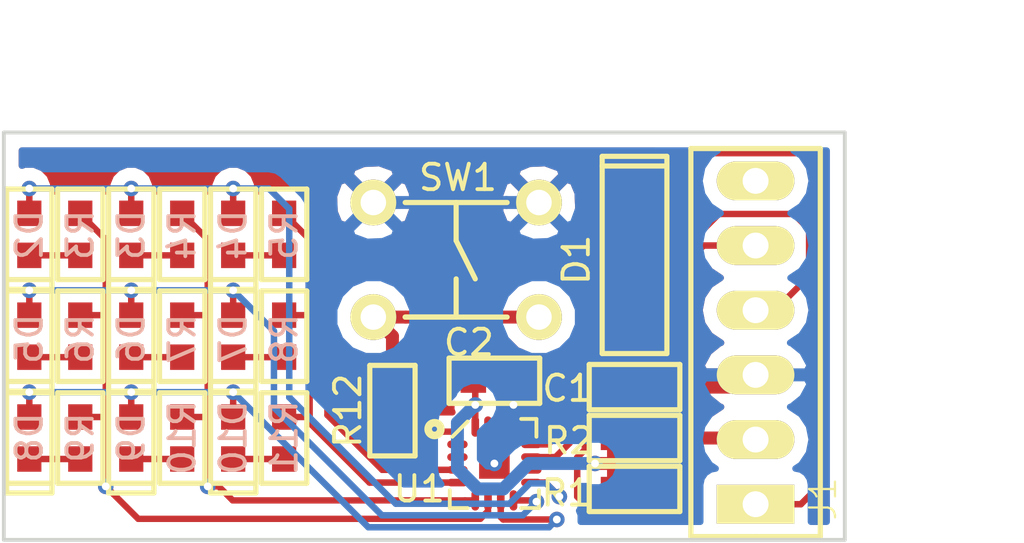
<source format=kicad_pcb>
(kicad_pcb (version 4) (host pcbnew 4.0.7)

  (general
    (links 46)
    (no_connects 0)
    (area 138.993 75.8 183.885715 96.671601)
    (thickness 1.6)
    (drawings 6)
    (tracks 194)
    (zones 0)
    (modules 27)
    (nets 30)
  )

  (page A4)
  (layers
    (0 F.Cu signal)
    (31 B.Cu signal)
    (32 B.Adhes user)
    (33 F.Adhes user)
    (34 B.Paste user hide)
    (35 F.Paste user hide)
    (36 B.SilkS user)
    (37 F.SilkS user)
    (38 B.Mask user)
    (39 F.Mask user)
    (40 Dwgs.User user hide)
    (41 Cmts.User user)
    (42 Eco1.User user)
    (43 Eco2.User user hide)
    (44 Edge.Cuts user)
    (45 Margin user)
    (46 B.CrtYd user)
    (47 F.CrtYd user hide)
    (48 B.Fab user)
    (49 F.Fab user hide)
  )

  (setup
    (last_trace_width 0.25)
    (trace_clearance 0.2)
    (zone_clearance 0.508)
    (zone_45_only no)
    (trace_min 0.2)
    (segment_width 0.2)
    (edge_width 0.15)
    (via_size 0.6)
    (via_drill 0.4)
    (via_min_size 0.4)
    (via_min_drill 0.3)
    (uvia_size 0.3)
    (uvia_drill 0.1)
    (uvias_allowed no)
    (uvia_min_size 0.2)
    (uvia_min_drill 0.1)
    (pcb_text_width 0.3)
    (pcb_text_size 1.5 1.5)
    (mod_edge_width 0.15)
    (mod_text_size 1 1)
    (mod_text_width 0.15)
    (pad_size 1.524 1.524)
    (pad_drill 0.762)
    (pad_to_mask_clearance 0.2)
    (aux_axis_origin 141 96.5)
    (grid_origin 141 96.5)
    (visible_elements 7FFFFF7F)
    (pcbplotparams
      (layerselection 0x010f0_80000001)
      (usegerberextensions true)
      (excludeedgelayer true)
      (linewidth 0.100000)
      (plotframeref false)
      (viasonmask false)
      (mode 1)
      (useauxorigin false)
      (hpglpennumber 1)
      (hpglpenspeed 20)
      (hpglpendiameter 15)
      (hpglpenoverlay 2)
      (psnegative false)
      (psa4output false)
      (plotreference true)
      (plotvalue false)
      (plotinvisibletext false)
      (padsonsilk false)
      (subtractmaskfromsilk false)
      (outputformat 1)
      (mirror false)
      (drillshape 0)
      (scaleselection 1)
      (outputdirectory gerbers/))
  )

  (net 0 "")
  (net 1 GND)
  (net 2 "Net-(C1-Pad1)")
  (net 3 +BATT)
  (net 4 /MCLR)
  (net 5 "Net-(D2-PadC)")
  (net 6 /RC0)
  (net 7 "Net-(D3-PadC)")
  (net 8 "Net-(D4-PadC)")
  (net 9 "Net-(D5-PadC)")
  (net 10 /RC1)
  (net 11 "Net-(D6-PadC)")
  (net 12 "Net-(D7-PadC)")
  (net 13 "Net-(D8-PadC)")
  (net 14 /RC2)
  (net 15 "Net-(D9-PadC)")
  (net 16 "Net-(D10-PadC)")
  (net 17 "Net-(J1-Pad2)")
  (net 18 /ICSPDAT)
  (net 19 /ICSPCLK)
  (net 20 "Net-(J1-Pad6)")
  (net 21 /RC3)
  (net 22 /RC4)
  (net 23 /RC5)
  (net 24 /RA5)
  (net 25 /RA4)
  (net 26 /RA2)
  (net 27 "Net-(U1-Pad15)")
  (net 28 "Net-(U1-Pad14)")
  (net 29 "Net-(R12-Pad1)")

  (net_class Default "This is the default net class."
    (clearance 0.2)
    (trace_width 0.25)
    (via_dia 0.6)
    (via_drill 0.4)
    (uvia_dia 0.3)
    (uvia_drill 0.1)
    (add_net +BATT)
    (add_net /ICSPCLK)
    (add_net /ICSPDAT)
    (add_net /MCLR)
    (add_net /RA2)
    (add_net /RA4)
    (add_net /RA5)
    (add_net /RC0)
    (add_net /RC1)
    (add_net /RC2)
    (add_net /RC3)
    (add_net /RC4)
    (add_net /RC5)
    (add_net GND)
    (add_net "Net-(C1-Pad1)")
    (add_net "Net-(D10-PadC)")
    (add_net "Net-(D2-PadC)")
    (add_net "Net-(D3-PadC)")
    (add_net "Net-(D4-PadC)")
    (add_net "Net-(D5-PadC)")
    (add_net "Net-(D6-PadC)")
    (add_net "Net-(D7-PadC)")
    (add_net "Net-(D8-PadC)")
    (add_net "Net-(D9-PadC)")
    (add_net "Net-(J1-Pad2)")
    (add_net "Net-(J1-Pad6)")
    (add_net "Net-(R12-Pad1)")
    (add_net "Net-(U1-Pad14)")
    (add_net "Net-(U1-Pad15)")
  )

  (module R0603 (layer F.Cu) (tedit 54F160A8) (tstamp 5AB6EF14)
    (at 152 92.5 90)
    (path /5AB6E2D3)
    (fp_text reference R11 (at 0.017538 0 90) (layer B.SilkS)
      (effects (font (size 1 1) (thickness 0.15)) (justify mirror))
    )
    (fp_text value RES_0603 (at 0 2.032 90) (layer F.SilkS) hide
      (effects (font (size 1 1) (thickness 0.15)))
    )
    (fp_line (start -1.778 -0.889) (end 1.778 -0.889) (layer F.SilkS) (width 0.2032))
    (fp_line (start 1.778 -0.889) (end 1.778 0.889) (layer F.SilkS) (width 0.2032))
    (fp_line (start 1.778 0.889) (end -1.778 0.889) (layer F.SilkS) (width 0.2032))
    (fp_line (start -1.778 0.889) (end -1.778 -0.889) (layer F.SilkS) (width 0.2032))
    (pad 2 smd rect (at 0.825 0 90) (size 1 0.95) (layers F.Cu F.Paste F.Mask)
      (net 23 /RC5))
    (pad 1 smd rect (at -0.825 0 90) (size 1 0.95) (layers F.Cu F.Paste F.Mask)
      (net 16 "Net-(D10-PadC)"))
  )

  (module passives:C0603 (layer F.Cu) (tedit 54EA8CD1) (tstamp 5AB6EE0B)
    (at 165.75 90.5)
    (path /5AB71958)
    (fp_text reference C1 (at -2.64 0.05) (layer F.SilkS)
      (effects (font (size 1 1) (thickness 0.15)))
    )
    (fp_text value CAP_0603 (at 0 2.032) (layer F.SilkS) hide
      (effects (font (size 1 1) (thickness 0.15)))
    )
    (fp_line (start -1.778 -0.889) (end 1.778 -0.889) (layer F.SilkS) (width 0.2032))
    (fp_line (start 1.778 -0.889) (end 1.778 0.889) (layer F.SilkS) (width 0.2032))
    (fp_line (start 1.778 0.889) (end -1.778 0.889) (layer F.SilkS) (width 0.2032))
    (fp_line (start -1.778 0.889) (end -1.778 -0.889) (layer F.SilkS) (width 0.2032))
    (pad 2 smd rect (at 0.825 0) (size 1 0.95) (layers F.Cu F.Paste F.Mask)
      (net 1 GND))
    (pad 1 smd rect (at -0.825 0) (size 1 0.95) (layers F.Cu F.Paste F.Mask)
      (net 2 "Net-(C1-Pad1)"))
  )

  (module C0603 (layer F.Cu) (tedit 54EA8CD1) (tstamp 5AB6EE15)
    (at 160.25 90.25)
    (path /5AB6FC7E)
    (fp_text reference C2 (at -1 -1.5) (layer F.SilkS)
      (effects (font (size 1 1) (thickness 0.15)))
    )
    (fp_text value CAP_0603 (at 0 2.032) (layer F.SilkS) hide
      (effects (font (size 1 1) (thickness 0.15)))
    )
    (fp_line (start -1.778 -0.889) (end 1.778 -0.889) (layer F.SilkS) (width 0.2032))
    (fp_line (start 1.778 -0.889) (end 1.778 0.889) (layer F.SilkS) (width 0.2032))
    (fp_line (start 1.778 0.889) (end -1.778 0.889) (layer F.SilkS) (width 0.2032))
    (fp_line (start -1.778 0.889) (end -1.778 -0.889) (layer F.SilkS) (width 0.2032))
    (pad 2 smd rect (at 0.825 0) (size 1 0.95) (layers F.Cu F.Paste F.Mask)
      (net 1 GND))
    (pad 1 smd rect (at -0.825 0) (size 1 0.95) (layers F.Cu F.Paste F.Mask)
      (net 3 +BATT))
  )

  (module diodes:SMA (layer F.Cu) (tedit 54EA91C2) (tstamp 5AB6EE22)
    (at 165.75 85.5 90)
    (path /5AB7195B)
    (fp_text reference D1 (at 0 -2.286 90) (layer F.SilkS)
      (effects (font (size 1 1) (thickness 0.15)))
    )
    (fp_text value Schottky_SMA (at 0 2.286 90) (layer F.SilkS) hide
      (effects (font (size 1 1) (thickness 0.15)))
    )
    (fp_line (start 3.683 -1.27) (end 4.064 -1.27) (layer F.SilkS) (width 0.2032))
    (fp_line (start 4.064 -1.27) (end 4.064 1.27) (layer F.SilkS) (width 0.2032))
    (fp_line (start 4.064 1.27) (end 3.683 1.27) (layer F.SilkS) (width 0.2032))
    (fp_line (start -3.683 -1.27) (end 3.683 -1.27) (layer F.SilkS) (width 0.2032))
    (fp_line (start 3.683 -1.27) (end 3.683 1.27) (layer F.SilkS) (width 0.2032))
    (fp_line (start 3.683 1.27) (end -3.683 1.27) (layer F.SilkS) (width 0.2032))
    (fp_line (start -3.683 1.27) (end -3.683 -1.27) (layer F.SilkS) (width 0.2032))
    (pad C smd rect (at 2 0 90) (size 2.5 1.7) (layers F.Cu F.Paste F.Mask)
      (net 4 /MCLR))
    (pad A smd rect (at -2 0 90) (size 2.5 1.7) (layers F.Cu F.Paste F.Mask)
      (net 2 "Net-(C1-Pad1)"))
  )

  (module D0603 (layer F.Cu) (tedit 54EA948A) (tstamp 5AB6EE2F)
    (at 142 84.5 270)
    (path /5AB6DF37)
    (fp_text reference D2 (at 0.025322 0 270) (layer B.SilkS)
      (effects (font (size 1 1) (thickness 0.15)) (justify mirror))
    )
    (fp_text value LED_0603 (at 0 2.032 270) (layer F.SilkS) hide
      (effects (font (size 1 1) (thickness 0.15)))
    )
    (fp_line (start 1.778 -0.889) (end 2.159 -0.889) (layer F.SilkS) (width 0.2032))
    (fp_line (start 2.159 -0.889) (end 2.159 0.889) (layer F.SilkS) (width 0.2032))
    (fp_line (start 2.159 0.889) (end 1.778 0.889) (layer F.SilkS) (width 0.2032))
    (fp_line (start -1.778 -0.889) (end 1.778 -0.889) (layer F.SilkS) (width 0.2032))
    (fp_line (start 1.778 -0.889) (end 1.778 0.889) (layer F.SilkS) (width 0.2032))
    (fp_line (start 1.778 0.889) (end -1.778 0.889) (layer F.SilkS) (width 0.2032))
    (fp_line (start -1.778 0.889) (end -1.778 -0.889) (layer F.SilkS) (width 0.2032))
    (pad C smd rect (at 0.825 0 270) (size 1 0.95) (layers F.Cu F.Paste F.Mask)
      (net 5 "Net-(D2-PadC)"))
    (pad A smd rect (at -0.825 0 270) (size 1 0.95) (layers F.Cu F.Paste F.Mask)
      (net 6 /RC0))
  )

  (module D0603 (layer F.Cu) (tedit 54EA948A) (tstamp 5AB6EE3C)
    (at 146 84.5 270)
    (path /5AB6DF0E)
    (fp_text reference D3 (at 0.025322 0 270) (layer B.SilkS)
      (effects (font (size 1 1) (thickness 0.15)) (justify mirror))
    )
    (fp_text value LED_0603 (at 0 2.032 270) (layer F.SilkS) hide
      (effects (font (size 1 1) (thickness 0.15)))
    )
    (fp_line (start 1.778 -0.889) (end 2.159 -0.889) (layer F.SilkS) (width 0.2032))
    (fp_line (start 2.159 -0.889) (end 2.159 0.889) (layer F.SilkS) (width 0.2032))
    (fp_line (start 2.159 0.889) (end 1.778 0.889) (layer F.SilkS) (width 0.2032))
    (fp_line (start -1.778 -0.889) (end 1.778 -0.889) (layer F.SilkS) (width 0.2032))
    (fp_line (start 1.778 -0.889) (end 1.778 0.889) (layer F.SilkS) (width 0.2032))
    (fp_line (start 1.778 0.889) (end -1.778 0.889) (layer F.SilkS) (width 0.2032))
    (fp_line (start -1.778 0.889) (end -1.778 -0.889) (layer F.SilkS) (width 0.2032))
    (pad C smd rect (at 0.825 0 270) (size 1 0.95) (layers F.Cu F.Paste F.Mask)
      (net 7 "Net-(D3-PadC)"))
    (pad A smd rect (at -0.825 0 270) (size 1 0.95) (layers F.Cu F.Paste F.Mask)
      (net 6 /RC0))
  )

  (module D0603 (layer F.Cu) (tedit 54EA948A) (tstamp 5AB6EE49)
    (at 150 84.5 270)
    (path /5AB6DE85)
    (fp_text reference D4 (at 0.025322 0 270) (layer B.SilkS)
      (effects (font (size 1 1) (thickness 0.15)) (justify mirror))
    )
    (fp_text value LED_0603 (at 0 2.032 270) (layer F.SilkS) hide
      (effects (font (size 1 1) (thickness 0.15)))
    )
    (fp_line (start 1.778 -0.889) (end 2.159 -0.889) (layer F.SilkS) (width 0.2032))
    (fp_line (start 2.159 -0.889) (end 2.159 0.889) (layer F.SilkS) (width 0.2032))
    (fp_line (start 2.159 0.889) (end 1.778 0.889) (layer F.SilkS) (width 0.2032))
    (fp_line (start -1.778 -0.889) (end 1.778 -0.889) (layer F.SilkS) (width 0.2032))
    (fp_line (start 1.778 -0.889) (end 1.778 0.889) (layer F.SilkS) (width 0.2032))
    (fp_line (start 1.778 0.889) (end -1.778 0.889) (layer F.SilkS) (width 0.2032))
    (fp_line (start -1.778 0.889) (end -1.778 -0.889) (layer F.SilkS) (width 0.2032))
    (pad C smd rect (at 0.825 0 270) (size 1 0.95) (layers F.Cu F.Paste F.Mask)
      (net 8 "Net-(D4-PadC)"))
    (pad A smd rect (at -0.825 0 270) (size 1 0.95) (layers F.Cu F.Paste F.Mask)
      (net 6 /RC0))
  )

  (module D0603 (layer F.Cu) (tedit 54EA948A) (tstamp 5AB6EE56)
    (at 142 88.5 270)
    (path /5AB6DFC2)
    (fp_text reference D5 (at 0.105372 0 270) (layer B.SilkS)
      (effects (font (size 1 1) (thickness 0.15)) (justify mirror))
    )
    (fp_text value LED_0603 (at 0 2.032 270) (layer F.SilkS) hide
      (effects (font (size 1 1) (thickness 0.15)))
    )
    (fp_line (start 1.778 -0.889) (end 2.159 -0.889) (layer F.SilkS) (width 0.2032))
    (fp_line (start 2.159 -0.889) (end 2.159 0.889) (layer F.SilkS) (width 0.2032))
    (fp_line (start 2.159 0.889) (end 1.778 0.889) (layer F.SilkS) (width 0.2032))
    (fp_line (start -1.778 -0.889) (end 1.778 -0.889) (layer F.SilkS) (width 0.2032))
    (fp_line (start 1.778 -0.889) (end 1.778 0.889) (layer F.SilkS) (width 0.2032))
    (fp_line (start 1.778 0.889) (end -1.778 0.889) (layer F.SilkS) (width 0.2032))
    (fp_line (start -1.778 0.889) (end -1.778 -0.889) (layer F.SilkS) (width 0.2032))
    (pad C smd rect (at 0.825 0 270) (size 1 0.95) (layers F.Cu F.Paste F.Mask)
      (net 9 "Net-(D5-PadC)"))
    (pad A smd rect (at -0.825 0 270) (size 1 0.95) (layers F.Cu F.Paste F.Mask)
      (net 10 /RC1))
  )

  (module D0603 (layer F.Cu) (tedit 54EA948A) (tstamp 5AB6EE63)
    (at 146 88.5 270)
    (path /5AB6DF90)
    (fp_text reference D6 (at 0.105372 0 270) (layer B.SilkS)
      (effects (font (size 1 1) (thickness 0.15)) (justify mirror))
    )
    (fp_text value LED_0603 (at 0 2.032 270) (layer F.SilkS) hide
      (effects (font (size 1 1) (thickness 0.15)))
    )
    (fp_line (start 1.778 -0.889) (end 2.159 -0.889) (layer F.SilkS) (width 0.2032))
    (fp_line (start 2.159 -0.889) (end 2.159 0.889) (layer F.SilkS) (width 0.2032))
    (fp_line (start 2.159 0.889) (end 1.778 0.889) (layer F.SilkS) (width 0.2032))
    (fp_line (start -1.778 -0.889) (end 1.778 -0.889) (layer F.SilkS) (width 0.2032))
    (fp_line (start 1.778 -0.889) (end 1.778 0.889) (layer F.SilkS) (width 0.2032))
    (fp_line (start 1.778 0.889) (end -1.778 0.889) (layer F.SilkS) (width 0.2032))
    (fp_line (start -1.778 0.889) (end -1.778 -0.889) (layer F.SilkS) (width 0.2032))
    (pad C smd rect (at 0.825 0 270) (size 1 0.95) (layers F.Cu F.Paste F.Mask)
      (net 11 "Net-(D6-PadC)"))
    (pad A smd rect (at -0.825 0 270) (size 1 0.95) (layers F.Cu F.Paste F.Mask)
      (net 10 /RC1))
  )

  (module D0603 (layer F.Cu) (tedit 54EA948A) (tstamp 5AB6EE70)
    (at 150 88.5 270)
    (path /5AB6DF63)
    (fp_text reference D7 (at 0.105372 0 270) (layer B.SilkS)
      (effects (font (size 1 1) (thickness 0.15)) (justify mirror))
    )
    (fp_text value LED_0603 (at 0 2.032 270) (layer F.SilkS) hide
      (effects (font (size 1 1) (thickness 0.15)))
    )
    (fp_line (start 1.778 -0.889) (end 2.159 -0.889) (layer F.SilkS) (width 0.2032))
    (fp_line (start 2.159 -0.889) (end 2.159 0.889) (layer F.SilkS) (width 0.2032))
    (fp_line (start 2.159 0.889) (end 1.778 0.889) (layer F.SilkS) (width 0.2032))
    (fp_line (start -1.778 -0.889) (end 1.778 -0.889) (layer F.SilkS) (width 0.2032))
    (fp_line (start 1.778 -0.889) (end 1.778 0.889) (layer F.SilkS) (width 0.2032))
    (fp_line (start 1.778 0.889) (end -1.778 0.889) (layer F.SilkS) (width 0.2032))
    (fp_line (start -1.778 0.889) (end -1.778 -0.889) (layer F.SilkS) (width 0.2032))
    (pad C smd rect (at 0.825 0 270) (size 1 0.95) (layers F.Cu F.Paste F.Mask)
      (net 12 "Net-(D7-PadC)"))
    (pad A smd rect (at -0.825 0 270) (size 1 0.95) (layers F.Cu F.Paste F.Mask)
      (net 10 /RC1))
  )

  (module D0603 (layer F.Cu) (tedit 54EA948A) (tstamp 5AB6EE7D)
    (at 142 92.5 270)
    (path /5AB6E070)
    (fp_text reference D8 (at -0.017538 0 270) (layer B.SilkS)
      (effects (font (size 1 1) (thickness 0.15)) (justify mirror))
    )
    (fp_text value LED_0603 (at 0 2.032 270) (layer F.SilkS) hide
      (effects (font (size 1 1) (thickness 0.15)))
    )
    (fp_line (start 1.778 -0.889) (end 2.159 -0.889) (layer F.SilkS) (width 0.2032))
    (fp_line (start 2.159 -0.889) (end 2.159 0.889) (layer F.SilkS) (width 0.2032))
    (fp_line (start 2.159 0.889) (end 1.778 0.889) (layer F.SilkS) (width 0.2032))
    (fp_line (start -1.778 -0.889) (end 1.778 -0.889) (layer F.SilkS) (width 0.2032))
    (fp_line (start 1.778 -0.889) (end 1.778 0.889) (layer F.SilkS) (width 0.2032))
    (fp_line (start 1.778 0.889) (end -1.778 0.889) (layer F.SilkS) (width 0.2032))
    (fp_line (start -1.778 0.889) (end -1.778 -0.889) (layer F.SilkS) (width 0.2032))
    (pad C smd rect (at 0.825 0 270) (size 1 0.95) (layers F.Cu F.Paste F.Mask)
      (net 13 "Net-(D8-PadC)"))
    (pad A smd rect (at -0.825 0 270) (size 1 0.95) (layers F.Cu F.Paste F.Mask)
      (net 14 /RC2))
  )

  (module D0603 (layer F.Cu) (tedit 54EA948A) (tstamp 5AB6EE8A)
    (at 146 92.5 270)
    (path /5AB6E035)
    (fp_text reference D9 (at -0.017538 0 270) (layer B.SilkS)
      (effects (font (size 1 1) (thickness 0.15)) (justify mirror))
    )
    (fp_text value LED_0603 (at 0 2.032 270) (layer F.SilkS) hide
      (effects (font (size 1 1) (thickness 0.15)))
    )
    (fp_line (start 1.778 -0.889) (end 2.159 -0.889) (layer F.SilkS) (width 0.2032))
    (fp_line (start 2.159 -0.889) (end 2.159 0.889) (layer F.SilkS) (width 0.2032))
    (fp_line (start 2.159 0.889) (end 1.778 0.889) (layer F.SilkS) (width 0.2032))
    (fp_line (start -1.778 -0.889) (end 1.778 -0.889) (layer F.SilkS) (width 0.2032))
    (fp_line (start 1.778 -0.889) (end 1.778 0.889) (layer F.SilkS) (width 0.2032))
    (fp_line (start 1.778 0.889) (end -1.778 0.889) (layer F.SilkS) (width 0.2032))
    (fp_line (start -1.778 0.889) (end -1.778 -0.889) (layer F.SilkS) (width 0.2032))
    (pad C smd rect (at 0.825 0 270) (size 1 0.95) (layers F.Cu F.Paste F.Mask)
      (net 15 "Net-(D9-PadC)"))
    (pad A smd rect (at -0.825 0 270) (size 1 0.95) (layers F.Cu F.Paste F.Mask)
      (net 14 /RC2))
  )

  (module D0603 (layer F.Cu) (tedit 54EA948A) (tstamp 5AB6EE97)
    (at 150 92.5 270)
    (path /5AB6DFFD)
    (fp_text reference D10 (at -0.017538 0 270) (layer B.SilkS)
      (effects (font (size 1 1) (thickness 0.15)) (justify mirror))
    )
    (fp_text value LED_0603 (at 0 2.032 270) (layer F.SilkS) hide
      (effects (font (size 1 1) (thickness 0.15)))
    )
    (fp_line (start 1.778 -0.889) (end 2.159 -0.889) (layer F.SilkS) (width 0.2032))
    (fp_line (start 2.159 -0.889) (end 2.159 0.889) (layer F.SilkS) (width 0.2032))
    (fp_line (start 2.159 0.889) (end 1.778 0.889) (layer F.SilkS) (width 0.2032))
    (fp_line (start -1.778 -0.889) (end 1.778 -0.889) (layer F.SilkS) (width 0.2032))
    (fp_line (start 1.778 -0.889) (end 1.778 0.889) (layer F.SilkS) (width 0.2032))
    (fp_line (start 1.778 0.889) (end -1.778 0.889) (layer F.SilkS) (width 0.2032))
    (fp_line (start -1.778 0.889) (end -1.778 -0.889) (layer F.SilkS) (width 0.2032))
    (pad C smd rect (at 0.825 0 270) (size 1 0.95) (layers F.Cu F.Paste F.Mask)
      (net 16 "Net-(D10-PadC)"))
    (pad A smd rect (at -0.825 0 270) (size 1 0.95) (layers F.Cu F.Paste F.Mask)
      (net 14 /RC2))
  )

  (module connectors:Header_6-pin_100mil (layer F.Cu) (tedit 5A35A5E0) (tstamp 5AB6EEA6)
    (at 170.5 88.75 90)
    (path /5AB71954)
    (attr virtual)
    (fp_text reference J1 (at -6.14 2.65 90) (layer F.SilkS)
      (effects (font (size 1.016 1.016) (thickness 0.0889)))
    )
    (fp_text value HEADER_1X6 (at 0 3.81 90) (layer F.SilkS) hide
      (effects (font (size 1.016 1.016) (thickness 0.0889)))
    )
    (fp_line (start -7.62 0) (end -7.62 -2.54) (layer F.SilkS) (width 0.2032))
    (fp_line (start -7.62 -2.54) (end 7.62 -2.54) (layer F.SilkS) (width 0.2032))
    (fp_line (start 7.62 -2.54) (end 7.62 2.54) (layer F.SilkS) (width 0.2032))
    (fp_line (start 7.62 2.54) (end -7.62 2.54) (layer F.SilkS) (width 0.2032))
    (fp_line (start -7.62 2.54) (end -7.62 0) (layer F.SilkS) (width 0.2032))
    (pad 1 thru_hole rect (at -6.35 0 90) (size 1.524 3.048) (drill 1.016) (layers *.Cu *.Mask F.Paste F.SilkS)
      (net 4 /MCLR))
    (pad 2 thru_hole oval (at -3.81 0 90) (size 1.524 3.048) (drill 1.016) (layers *.Cu *.Mask F.Paste F.SilkS)
      (net 17 "Net-(J1-Pad2)"))
    (pad 3 thru_hole oval (at -1.27 0 90) (size 1.524 3.048) (drill 1.016) (layers *.Cu *.Mask F.Paste F.SilkS)
      (net 1 GND))
    (pad 4 thru_hole oval (at 1.27 0 90) (size 1.524 3.048) (drill 1.016) (layers *.Cu *.Mask F.Paste F.SilkS)
      (net 18 /ICSPDAT))
    (pad 5 thru_hole oval (at 3.81 0 90) (size 1.524 3.048) (drill 1.016) (layers *.Cu *.Mask F.Paste F.SilkS)
      (net 19 /ICSPCLK))
    (pad 6 thru_hole oval (at 6.35 0 90) (size 1.524 3.048) (drill 1.016) (layers *.Cu *.Mask F.Paste F.SilkS)
      (net 20 "Net-(J1-Pad6)"))
  )

  (module passives:R0603 (layer F.Cu) (tedit 54F160A8) (tstamp 5AB6EEB0)
    (at 165.75 94.5 180)
    (path /5AB71957)
    (fp_text reference R1 (at 2.67 -0.16 180) (layer F.SilkS)
      (effects (font (size 1 1) (thickness 0.15)))
    )
    (fp_text value RES_0603 (at 0 2.032 180) (layer F.SilkS) hide
      (effects (font (size 1 1) (thickness 0.15)))
    )
    (fp_line (start -1.778 -0.889) (end 1.778 -0.889) (layer F.SilkS) (width 0.2032))
    (fp_line (start 1.778 -0.889) (end 1.778 0.889) (layer F.SilkS) (width 0.2032))
    (fp_line (start 1.778 0.889) (end -1.778 0.889) (layer F.SilkS) (width 0.2032))
    (fp_line (start -1.778 0.889) (end -1.778 -0.889) (layer F.SilkS) (width 0.2032))
    (pad 2 smd rect (at 0.825 0 180) (size 1 0.95) (layers F.Cu F.Paste F.Mask)
      (net 3 +BATT))
    (pad 1 smd rect (at -0.825 0 180) (size 1 0.95) (layers F.Cu F.Paste F.Mask)
      (net 2 "Net-(C1-Pad1)"))
  )

  (module passives:R0603 (layer F.Cu) (tedit 54F160A8) (tstamp 5AB6EEBA)
    (at 165.75 92.5)
    (path /5AB7195C)
    (fp_text reference R2 (at -2.58 0.11) (layer F.SilkS)
      (effects (font (size 1 1) (thickness 0.15)))
    )
    (fp_text value RES_0603 (at 0 2.032) (layer F.SilkS) hide
      (effects (font (size 1 1) (thickness 0.15)))
    )
    (fp_line (start -1.778 -0.889) (end 1.778 -0.889) (layer F.SilkS) (width 0.2032))
    (fp_line (start 1.778 -0.889) (end 1.778 0.889) (layer F.SilkS) (width 0.2032))
    (fp_line (start 1.778 0.889) (end -1.778 0.889) (layer F.SilkS) (width 0.2032))
    (fp_line (start -1.778 0.889) (end -1.778 -0.889) (layer F.SilkS) (width 0.2032))
    (pad 2 smd rect (at 0.825 0) (size 1 0.95) (layers F.Cu F.Paste F.Mask)
      (net 17 "Net-(J1-Pad2)"))
    (pad 1 smd rect (at -0.825 0) (size 1 0.95) (layers F.Cu F.Paste F.Mask)
      (net 3 +BATT))
  )

  (module R0603 (layer F.Cu) (tedit 54F160A8) (tstamp 5AB6EEC4)
    (at 144 84.5 90)
    (path /5AB6E1D5)
    (fp_text reference R3 (at -0.025322 0 90) (layer B.SilkS)
      (effects (font (size 1 1) (thickness 0.15)) (justify mirror))
    )
    (fp_text value RES_0603 (at 0 2.032 90) (layer F.SilkS) hide
      (effects (font (size 1 1) (thickness 0.15)))
    )
    (fp_line (start -1.778 -0.889) (end 1.778 -0.889) (layer F.SilkS) (width 0.2032))
    (fp_line (start 1.778 -0.889) (end 1.778 0.889) (layer F.SilkS) (width 0.2032))
    (fp_line (start 1.778 0.889) (end -1.778 0.889) (layer F.SilkS) (width 0.2032))
    (fp_line (start -1.778 0.889) (end -1.778 -0.889) (layer F.SilkS) (width 0.2032))
    (pad 2 smd rect (at 0.825 0 90) (size 1 0.95) (layers F.Cu F.Paste F.Mask)
      (net 21 /RC3))
    (pad 1 smd rect (at -0.825 0 90) (size 1 0.95) (layers F.Cu F.Paste F.Mask)
      (net 5 "Net-(D2-PadC)"))
  )

  (module R0603 (layer F.Cu) (tedit 54F160A8) (tstamp 5AB6EECE)
    (at 148 84.5 90)
    (path /5AB6E15B)
    (fp_text reference R4 (at -0.025322 0 90) (layer B.SilkS)
      (effects (font (size 1 1) (thickness 0.15)) (justify mirror))
    )
    (fp_text value RES_0603 (at 0 2.032 90) (layer F.SilkS) hide
      (effects (font (size 1 1) (thickness 0.15)))
    )
    (fp_line (start -1.778 -0.889) (end 1.778 -0.889) (layer F.SilkS) (width 0.2032))
    (fp_line (start 1.778 -0.889) (end 1.778 0.889) (layer F.SilkS) (width 0.2032))
    (fp_line (start 1.778 0.889) (end -1.778 0.889) (layer F.SilkS) (width 0.2032))
    (fp_line (start -1.778 0.889) (end -1.778 -0.889) (layer F.SilkS) (width 0.2032))
    (pad 2 smd rect (at 0.825 0 90) (size 1 0.95) (layers F.Cu F.Paste F.Mask)
      (net 22 /RC4))
    (pad 1 smd rect (at -0.825 0 90) (size 1 0.95) (layers F.Cu F.Paste F.Mask)
      (net 7 "Net-(D3-PadC)"))
  )

  (module R0603 (layer F.Cu) (tedit 54F160A8) (tstamp 5AB6EED8)
    (at 152 84.5 90)
    (path /5AB6E0A1)
    (fp_text reference R5 (at -0.025322 0 90) (layer B.SilkS)
      (effects (font (size 1 1) (thickness 0.15)) (justify mirror))
    )
    (fp_text value RES_0603 (at 0 2.032 90) (layer F.SilkS) hide
      (effects (font (size 1 1) (thickness 0.15)))
    )
    (fp_line (start -1.778 -0.889) (end 1.778 -0.889) (layer F.SilkS) (width 0.2032))
    (fp_line (start 1.778 -0.889) (end 1.778 0.889) (layer F.SilkS) (width 0.2032))
    (fp_line (start 1.778 0.889) (end -1.778 0.889) (layer F.SilkS) (width 0.2032))
    (fp_line (start -1.778 0.889) (end -1.778 -0.889) (layer F.SilkS) (width 0.2032))
    (pad 2 smd rect (at 0.825 0 90) (size 1 0.95) (layers F.Cu F.Paste F.Mask)
      (net 23 /RC5))
    (pad 1 smd rect (at -0.825 0 90) (size 1 0.95) (layers F.Cu F.Paste F.Mask)
      (net 8 "Net-(D4-PadC)"))
  )

  (module R0603 (layer F.Cu) (tedit 54F160A8) (tstamp 5AB6EEE2)
    (at 144 88.5 90)
    (path /5AB6E2CB)
    (fp_text reference R6 (at -0.105372 0 90) (layer B.SilkS)
      (effects (font (size 1 1) (thickness 0.15)) (justify mirror))
    )
    (fp_text value RES_0603 (at 0 2.032 90) (layer F.SilkS) hide
      (effects (font (size 1 1) (thickness 0.15)))
    )
    (fp_line (start -1.778 -0.889) (end 1.778 -0.889) (layer F.SilkS) (width 0.2032))
    (fp_line (start 1.778 -0.889) (end 1.778 0.889) (layer F.SilkS) (width 0.2032))
    (fp_line (start 1.778 0.889) (end -1.778 0.889) (layer F.SilkS) (width 0.2032))
    (fp_line (start -1.778 0.889) (end -1.778 -0.889) (layer F.SilkS) (width 0.2032))
    (pad 2 smd rect (at 0.825 0 90) (size 1 0.95) (layers F.Cu F.Paste F.Mask)
      (net 21 /RC3))
    (pad 1 smd rect (at -0.825 0 90) (size 1 0.95) (layers F.Cu F.Paste F.Mask)
      (net 9 "Net-(D5-PadC)"))
  )

  (module R0603 (layer F.Cu) (tedit 54F160A8) (tstamp 5AB6EEEC)
    (at 148 88.5 90)
    (path /5AB6E2C3)
    (fp_text reference R7 (at -0.105372 0 90) (layer B.SilkS)
      (effects (font (size 1 1) (thickness 0.15)) (justify mirror))
    )
    (fp_text value RES_0603 (at 0 2.032 90) (layer F.SilkS) hide
      (effects (font (size 1 1) (thickness 0.15)))
    )
    (fp_line (start -1.778 -0.889) (end 1.778 -0.889) (layer F.SilkS) (width 0.2032))
    (fp_line (start 1.778 -0.889) (end 1.778 0.889) (layer F.SilkS) (width 0.2032))
    (fp_line (start 1.778 0.889) (end -1.778 0.889) (layer F.SilkS) (width 0.2032))
    (fp_line (start -1.778 0.889) (end -1.778 -0.889) (layer F.SilkS) (width 0.2032))
    (pad 2 smd rect (at 0.825 0 90) (size 1 0.95) (layers F.Cu F.Paste F.Mask)
      (net 22 /RC4))
    (pad 1 smd rect (at -0.825 0 90) (size 1 0.95) (layers F.Cu F.Paste F.Mask)
      (net 11 "Net-(D6-PadC)"))
  )

  (module R0603 (layer F.Cu) (tedit 54F160A8) (tstamp 5AB6EEF6)
    (at 152 88.5 90)
    (path /5AB6E1DD)
    (fp_text reference R8 (at -0.105372 0 90) (layer B.SilkS)
      (effects (font (size 1 1) (thickness 0.15)) (justify mirror))
    )
    (fp_text value RES_0603 (at 0 2.032 90) (layer F.SilkS) hide
      (effects (font (size 1 1) (thickness 0.15)))
    )
    (fp_line (start -1.778 -0.889) (end 1.778 -0.889) (layer F.SilkS) (width 0.2032))
    (fp_line (start 1.778 -0.889) (end 1.778 0.889) (layer F.SilkS) (width 0.2032))
    (fp_line (start 1.778 0.889) (end -1.778 0.889) (layer F.SilkS) (width 0.2032))
    (fp_line (start -1.778 0.889) (end -1.778 -0.889) (layer F.SilkS) (width 0.2032))
    (pad 2 smd rect (at 0.825 0 90) (size 1 0.95) (layers F.Cu F.Paste F.Mask)
      (net 23 /RC5))
    (pad 1 smd rect (at -0.825 0 90) (size 1 0.95) (layers F.Cu F.Paste F.Mask)
      (net 12 "Net-(D7-PadC)"))
  )

  (module R0603 (layer F.Cu) (tedit 54F160A8) (tstamp 5AB6EF00)
    (at 144 92.5 90)
    (path /5AB6E30D)
    (fp_text reference R9 (at 0.017538 0 90) (layer B.SilkS)
      (effects (font (size 1 1) (thickness 0.15)) (justify mirror))
    )
    (fp_text value RES_0603 (at 0 2.032 90) (layer F.SilkS) hide
      (effects (font (size 1 1) (thickness 0.15)))
    )
    (fp_line (start -1.778 -0.889) (end 1.778 -0.889) (layer F.SilkS) (width 0.2032))
    (fp_line (start 1.778 -0.889) (end 1.778 0.889) (layer F.SilkS) (width 0.2032))
    (fp_line (start 1.778 0.889) (end -1.778 0.889) (layer F.SilkS) (width 0.2032))
    (fp_line (start -1.778 0.889) (end -1.778 -0.889) (layer F.SilkS) (width 0.2032))
    (pad 2 smd rect (at 0.825 0 90) (size 1 0.95) (layers F.Cu F.Paste F.Mask)
      (net 21 /RC3))
    (pad 1 smd rect (at -0.825 0 90) (size 1 0.95) (layers F.Cu F.Paste F.Mask)
      (net 13 "Net-(D8-PadC)"))
  )

  (module R0603 (layer F.Cu) (tedit 54F160A8) (tstamp 5AB6EF0A)
    (at 148 92.5 90)
    (path /5AB6E2DB)
    (fp_text reference R10 (at 0.017538 0 90) (layer B.SilkS)
      (effects (font (size 1 1) (thickness 0.15)) (justify mirror))
    )
    (fp_text value RES_0603 (at 0 2.032 90) (layer F.SilkS) hide
      (effects (font (size 1 1) (thickness 0.15)))
    )
    (fp_line (start -1.778 -0.889) (end 1.778 -0.889) (layer F.SilkS) (width 0.2032))
    (fp_line (start 1.778 -0.889) (end 1.778 0.889) (layer F.SilkS) (width 0.2032))
    (fp_line (start 1.778 0.889) (end -1.778 0.889) (layer F.SilkS) (width 0.2032))
    (fp_line (start -1.778 0.889) (end -1.778 -0.889) (layer F.SilkS) (width 0.2032))
    (pad 2 smd rect (at 0.825 0 90) (size 1 0.95) (layers F.Cu F.Paste F.Mask)
      (net 22 /RC4))
    (pad 1 smd rect (at -0.825 0 90) (size 1 0.95) (layers F.Cu F.Paste F.Mask)
      (net 15 "Net-(D9-PadC)"))
  )

  (module ICs:PIC16F1503_QFN (layer F.Cu) (tedit 5AB6ECFC) (tstamp 5AB6F49D)
    (at 158.8 92.75)
    (path /5AB6DD94)
    (fp_text reference U1 (at -1.5 1.75) (layer F.SilkS)
      (effects (font (size 1 1) (thickness 0.15)))
    )
    (fp_text value PIC16F1503_QFN (at -0.75 -3.75) (layer F.Fab)
      (effects (font (size 1 1) (thickness 0.15)))
    )
    (fp_circle (center -0.9 -0.6) (end -0.9 -0.5) (layer F.SilkS) (width 0.3))
    (fp_line (start 3.1 -1) (end 2.5 -1) (layer F.SilkS) (width 0.15))
    (fp_line (start 3.1 -0.3) (end 3.1 -1) (layer F.SilkS) (width 0.15))
    (fp_line (start 3.2 2.5) (end 3.2 1.8) (layer F.SilkS) (width 0.15))
    (fp_line (start 2.5 2.5) (end 3.2 2.5) (layer F.SilkS) (width 0.15))
    (fp_line (start -0.3 2.5) (end 0.4 2.5) (layer F.SilkS) (width 0.15))
    (fp_line (start -0.3 1.8) (end -0.3 2.5) (layer F.SilkS) (width 0.15))
    (fp_line (start -0.2 -0.3) (end 0.4 -0.9) (layer F.SilkS) (width 0.15))
    (pad 1 smd oval (at 0 0) (size 0.8 0.3) (layers F.Cu F.Paste F.Mask)
      (net 24 /RA5) (solder_mask_margin 0.05))
    (pad 2 smd oval (at 0 0.5) (size 0.8 0.3) (layers F.Cu F.Paste F.Mask)
      (net 25 /RA4) (solder_mask_margin 0.05))
    (pad 3 smd oval (at 0 1) (size 0.8 0.3) (layers F.Cu F.Paste F.Mask)
      (net 4 /MCLR) (solder_mask_margin 0.05))
    (pad 4 smd oval (at 0 1.5) (size 0.8 0.3) (layers F.Cu F.Paste F.Mask)
      (net 23 /RC5) (solder_mask_margin 0.05))
    (pad 9 smd oval (at 2.9 1.5) (size 0.8 0.3) (layers F.Cu F.Paste F.Mask)
      (net 6 /RC0) (solder_mask_margin 0.05))
    (pad 10 smd oval (at 2.9 1) (size 0.8 0.3) (layers F.Cu F.Paste F.Mask)
      (net 26 /RA2) (solder_mask_margin 0.05))
    (pad 11 smd oval (at 2.9 0.5) (size 0.8 0.3) (layers F.Cu F.Paste F.Mask)
      (net 19 /ICSPCLK) (solder_mask_margin 0.05))
    (pad 12 smd oval (at 2.9 0) (size 0.8 0.3) (layers F.Cu F.Paste F.Mask)
      (net 18 /ICSPDAT) (solder_mask_margin 0.05))
    (pad 16 smd oval (at 0.7 -0.7) (size 0.3 0.8) (layers F.Cu F.Paste F.Mask)
      (net 3 +BATT) (solder_mask_margin 0.05))
    (pad 15 smd oval (at 1.2 -0.7) (size 0.3 0.8) (layers F.Cu F.Paste F.Mask)
      (net 27 "Net-(U1-Pad15)") (solder_mask_margin 0.05))
    (pad 14 smd oval (at 1.7 -0.7) (size 0.3 0.8) (layers F.Cu F.Paste F.Mask)
      (net 28 "Net-(U1-Pad14)") (solder_mask_margin 0.05))
    (pad 13 smd oval (at 2.2 -0.7) (size 0.3 0.8) (layers F.Cu F.Paste F.Mask)
      (net 1 GND) (solder_mask_margin 0.05))
    (pad 5 smd oval (at 0.7 2.2) (size 0.3 0.8) (layers F.Cu F.Paste F.Mask)
      (net 22 /RC4) (solder_mask_margin 0.05))
    (pad 6 smd oval (at 1.2 2.2) (size 0.3 0.8) (layers F.Cu F.Paste F.Mask)
      (net 21 /RC3) (solder_mask_margin 0.05))
    (pad 7 smd oval (at 1.7 2.2) (size 0.3 0.8) (layers F.Cu F.Paste F.Mask)
      (net 14 /RC2) (solder_mask_margin 0.05))
    (pad 8 smd oval (at 2.2 2.2) (size 0.3 0.8) (layers F.Cu F.Paste F.Mask)
      (net 10 /RC1) (solder_mask_margin 0.05))
    (pad 17 smd rect (at 1.45 0.75) (size 1.2 1.2) (layers F.Cu F.Paste F.Mask)
      (net 1 GND) (solder_mask_margin 0.05))
  )

  (module R0603 (layer F.Cu) (tedit 54F160A8) (tstamp 5AB6F5F7)
    (at 156.25 91.425 270)
    (path /5AB723CA)
    (fp_text reference R12 (at 0 1.75 270) (layer F.SilkS)
      (effects (font (size 1 1) (thickness 0.15)))
    )
    (fp_text value RES_0603 (at 0 2.032 270) (layer F.SilkS) hide
      (effects (font (size 1 1) (thickness 0.15)))
    )
    (fp_line (start -1.778 -0.889) (end 1.778 -0.889) (layer F.SilkS) (width 0.2032))
    (fp_line (start 1.778 -0.889) (end 1.778 0.889) (layer F.SilkS) (width 0.2032))
    (fp_line (start 1.778 0.889) (end -1.778 0.889) (layer F.SilkS) (width 0.2032))
    (fp_line (start -1.778 0.889) (end -1.778 -0.889) (layer F.SilkS) (width 0.2032))
    (pad 2 smd rect (at 0.825 0 270) (size 1 0.95) (layers F.Cu F.Paste F.Mask)
      (net 24 /RA5))
    (pad 1 smd rect (at -0.825 0 270) (size 1 0.95) (layers F.Cu F.Paste F.Mask)
      (net 29 "Net-(R12-Pad1)"))
  )

  (module TACT-SW_6x6 (layer F.Cu) (tedit 54F1456C) (tstamp 5AB6F605)
    (at 158.75 85.5)
    (path /5AB7213C)
    (fp_text reference SW1 (at 0.07 -3.23) (layer F.SilkS)
      (effects (font (size 1 1) (thickness 0.15)))
    )
    (fp_text value SWITCH_MOMENTARY (at 0 4) (layer F.SilkS) hide
      (effects (font (size 1 1) (thickness 0.15)))
    )
    (fp_line (start -2 -2.25) (end 2 -2.25) (layer F.SilkS) (width 0.2032))
    (fp_line (start 0 0.75) (end 0 2.25) (layer F.SilkS) (width 0.2032))
    (fp_line (start 0 2.25) (end -2 2.25) (layer F.SilkS) (width 0.2032))
    (fp_line (start -2 2.25) (end 2 2.25) (layer F.SilkS) (width 0.2032))
    (fp_line (start 0 -0.75) (end 0.75 0.75) (layer F.SilkS) (width 0.2032))
    (fp_line (start 0 -2.25) (end 0 -0.75) (layer F.SilkS) (width 0.2032))
    (pad 1 thru_hole circle (at -3.25 -2.25) (size 1.8 1.8) (drill 1) (layers *.Cu *.Mask F.SilkS)
      (net 1 GND))
    (pad 1 thru_hole circle (at 3.25 -2.25) (size 1.8 1.8) (drill 1) (layers *.Cu *.Mask F.SilkS)
      (net 1 GND))
    (pad 2 thru_hole circle (at -3.25 2.25) (size 1.8 1.8) (drill 1) (layers *.Cu *.Mask F.SilkS)
      (net 29 "Net-(R12-Pad1)"))
    (pad 2 thru_hole circle (at 3.25 2.25) (size 1.8 1.8) (drill 1) (layers *.Cu *.Mask F.SilkS)
      (net 29 "Net-(R12-Pad1)"))
  )

  (dimension 16 (width 0.3) (layer Eco1.User)
    (gr_text "0.6299 in" (at 178.35 88.5 270) (layer Eco1.User)
      (effects (font (size 1.5 1.5) (thickness 0.3)))
    )
    (feature1 (pts (xy 174 96.5) (xy 179.7 96.5)))
    (feature2 (pts (xy 174 80.5) (xy 179.7 80.5)))
    (crossbar (pts (xy 177 80.5) (xy 177 96.5)))
    (arrow1a (pts (xy 177 96.5) (xy 176.413579 95.373496)))
    (arrow1b (pts (xy 177 96.5) (xy 177.586421 95.373496)))
    (arrow2a (pts (xy 177 80.5) (xy 176.413579 81.626504)))
    (arrow2b (pts (xy 177 80.5) (xy 177.586421 81.626504)))
  )
  (dimension 33 (width 0.3) (layer Eco1.User)
    (gr_text "1.2992 in" (at 157.5 77.15) (layer Eco1.User)
      (effects (font (size 1.5 1.5) (thickness 0.3)))
    )
    (feature1 (pts (xy 174 80.5) (xy 174 75.8)))
    (feature2 (pts (xy 141 80.5) (xy 141 75.8)))
    (crossbar (pts (xy 141 78.5) (xy 174 78.5)))
    (arrow1a (pts (xy 174 78.5) (xy 172.873496 79.086421)))
    (arrow1b (pts (xy 174 78.5) (xy 172.873496 77.913579)))
    (arrow2a (pts (xy 141 78.5) (xy 142.126504 79.086421)))
    (arrow2b (pts (xy 141 78.5) (xy 142.126504 77.913579)))
  )
  (gr_line (start 174 80.5) (end 141 80.5) (layer Edge.Cuts) (width 0.15))
  (gr_line (start 141 96.5) (end 174 96.5) (layer Edge.Cuts) (width 0.15))
  (gr_line (start 141 80.5) (end 141 96.5) (layer Edge.Cuts) (width 0.15))
  (gr_line (start 174 96.5) (end 174 80.5) (layer Edge.Cuts) (width 0.15))

  (segment (start 162 83.25) (end 160.727208 83.25) (width 0.508) (layer B.Cu) (net 1))
  (segment (start 160.727208 83.25) (end 155.5 83.25) (width 0.508) (layer B.Cu) (net 1))
  (segment (start 164 90.02) (end 170.5 90.02) (width 0.508) (layer B.Cu) (net 1))
  (segment (start 162.18 90.02) (end 164 90.02) (width 0.508) (layer B.Cu) (net 1))
  (segment (start 164 90.02) (end 164 85.25) (width 0.508) (layer B.Cu) (net 1))
  (segment (start 164 85.25) (end 162 83.25) (width 0.508) (layer B.Cu) (net 1))
  (segment (start 161 91.2) (end 162.18 90.02) (width 0.508) (layer B.Cu) (net 1))
  (segment (start 160.25 93.5) (end 160.25 91.95) (width 0.508) (layer B.Cu) (net 1))
  (segment (start 160.25 91.95) (end 161 91.2) (width 0.508) (layer B.Cu) (net 1))
  (segment (start 166.575 90.5) (end 170.02 90.5) (width 0.508) (layer F.Cu) (net 1))
  (segment (start 170.02 90.5) (end 170.5 90.02) (width 0.508) (layer F.Cu) (net 1))
  (via (at 160.25 93.5) (size 0.6096) (drill 0.3048) (layers F.Cu B.Cu) (net 1))
  (segment (start 161 91.2) (end 161 90.325) (width 0.254) (layer F.Cu) (net 1))
  (segment (start 161 92.05) (end 161 91.2) (width 0.254) (layer F.Cu) (net 1))
  (via (at 161 91.2) (size 0.6096) (drill 0.3048) (layers F.Cu B.Cu) (net 1))
  (segment (start 161 90.325) (end 161.075 90.25) (width 0.254) (layer F.Cu) (net 1))
  (segment (start 164.925 90.5) (end 164.171 90.5) (width 0.254) (layer F.Cu) (net 2))
  (segment (start 164.171 90.5) (end 163.8 90.871) (width 0.254) (layer F.Cu) (net 2))
  (segment (start 163.8 90.871) (end 163.8 92.964934) (width 0.254) (layer F.Cu) (net 2))
  (segment (start 163.8 92.964934) (end 163.5 93.264934) (width 0.254) (layer F.Cu) (net 2))
  (segment (start 163.5 93.264934) (end 163.5 94.8) (width 0.254) (layer F.Cu) (net 2))
  (segment (start 166.3 95.6) (end 166.575 95.325) (width 0.254) (layer F.Cu) (net 2))
  (segment (start 163.5 94.8) (end 164.3 95.6) (width 0.254) (layer F.Cu) (net 2))
  (segment (start 164.3 95.6) (end 166.3 95.6) (width 0.254) (layer F.Cu) (net 2))
  (segment (start 166.575 95.325) (end 166.575 94.5) (width 0.254) (layer F.Cu) (net 2))
  (segment (start 164.925 90.5) (end 164.925 88.325) (width 0.254) (layer F.Cu) (net 2))
  (segment (start 164.925 88.325) (end 165.75 87.5) (width 0.254) (layer F.Cu) (net 2))
  (segment (start 158.8 93.7) (end 158.8 91.9) (width 0.508) (layer B.Cu) (net 3))
  (segment (start 158.8 91.9) (end 159.5 91.2) (width 0.508) (layer B.Cu) (net 3))
  (segment (start 159.6 94.5) (end 158.8 93.7) (width 0.508) (layer B.Cu) (net 3))
  (segment (start 160.6 94.5) (end 159.6 94.5) (width 0.508) (layer B.Cu) (net 3))
  (segment (start 161.6 93.5) (end 160.6 94.5) (width 0.508) (layer B.Cu) (net 3))
  (segment (start 164.2 93.5) (end 161.6 93.5) (width 0.508) (layer B.Cu) (net 3))
  (segment (start 164.925 93.5) (end 164.925 94.5) (width 0.508) (layer F.Cu) (net 3))
  (segment (start 164.925 92.5) (end 164.925 93.5) (width 0.508) (layer F.Cu) (net 3))
  (segment (start 164.925 93.5) (end 164.2 93.5) (width 0.508) (layer F.Cu) (net 3))
  (via (at 164.2 93.5) (size 0.6096) (drill 0.3048) (layers F.Cu B.Cu) (net 3))
  (segment (start 159.5 91.2) (end 159.5 90.325) (width 0.254) (layer F.Cu) (net 3))
  (segment (start 159.5 92.05) (end 159.5 91.2) (width 0.254) (layer F.Cu) (net 3))
  (via (at 159.5 91.2) (size 0.6096) (drill 0.3048) (layers F.Cu B.Cu) (net 3))
  (segment (start 159.5 90.325) (end 159.425 90.25) (width 0.254) (layer F.Cu) (net 3))
  (segment (start 170.5 95.1) (end 172.278 95.1) (width 0.254) (layer F.Cu) (net 4))
  (segment (start 165.75 83.1) (end 165.75 83.5) (width 0.254) (layer F.Cu) (net 4))
  (segment (start 172.278 95.1) (end 173.1 94.278) (width 0.254) (layer F.Cu) (net 4))
  (segment (start 173.1 94.278) (end 173.1 82.1) (width 0.254) (layer F.Cu) (net 4))
  (segment (start 173.1 82.1) (end 172.31099 81.31099) (width 0.254) (layer F.Cu) (net 4))
  (segment (start 172.31099 81.31099) (end 167.53901 81.31099) (width 0.254) (layer F.Cu) (net 4))
  (segment (start 167.53901 81.31099) (end 165.75 83.1) (width 0.254) (layer F.Cu) (net 4))
  (segment (start 153.7 91.6) (end 155.85 93.75) (width 0.254) (layer F.Cu) (net 4))
  (segment (start 155.85 93.75) (end 158.8 93.75) (width 0.254) (layer F.Cu) (net 4))
  (segment (start 153.7 85.9) (end 153.7 91.6) (width 0.254) (layer F.Cu) (net 4))
  (segment (start 154.7 84.9) (end 153.7 85.9) (width 0.254) (layer F.Cu) (net 4))
  (segment (start 163.246 84.9) (end 154.7 84.9) (width 0.254) (layer F.Cu) (net 4))
  (segment (start 165.75 83.5) (end 164.646 83.5) (width 0.254) (layer F.Cu) (net 4))
  (segment (start 164.646 83.5) (end 163.246 84.9) (width 0.254) (layer F.Cu) (net 4))
  (segment (start 142 85.325) (end 144 85.325) (width 0.25) (layer F.Cu) (net 5) (status 30))
  (segment (start 162.8 94.8) (end 162.281009 94.281009) (width 0.254) (layer B.Cu) (net 6))
  (segment (start 162.281009 94.281009) (end 161.640663 94.281009) (width 0.254) (layer B.Cu) (net 6))
  (segment (start 161.640663 94.281009) (end 160.840662 95.081011) (width 0.254) (layer B.Cu) (net 6))
  (segment (start 160.840662 95.081011) (end 156.381011 95.081011) (width 0.254) (layer B.Cu) (net 6))
  (segment (start 156.381011 95.081011) (end 152.2 90.9) (width 0.254) (layer B.Cu) (net 6))
  (segment (start 152.2 90.9) (end 152.2 83.5) (width 0.254) (layer B.Cu) (net 6))
  (segment (start 152.2 83.5) (end 151.4 82.7) (width 0.254) (layer B.Cu) (net 6))
  (segment (start 151.4 82.7) (end 150 82.7) (width 0.254) (layer B.Cu) (net 6))
  (segment (start 161.7 94.25) (end 162.25 94.25) (width 0.254) (layer F.Cu) (net 6))
  (segment (start 162.25 94.25) (end 162.8 94.8) (width 0.254) (layer F.Cu) (net 6))
  (via (at 162.8 94.8) (size 0.6096) (drill 0.3048) (layers F.Cu B.Cu) (net 6))
  (segment (start 146 82.7) (end 150 82.7) (width 0.254) (layer B.Cu) (net 6))
  (segment (start 142 82.7) (end 146 82.7) (width 0.254) (layer B.Cu) (net 6))
  (segment (start 150 83.675) (end 150 82.7) (width 0.254) (layer F.Cu) (net 6))
  (via (at 150 82.7) (size 0.6096) (drill 0.3048) (layers F.Cu B.Cu) (net 6))
  (segment (start 146 83.675) (end 146 82.7) (width 0.254) (layer F.Cu) (net 6))
  (via (at 146 82.7) (size 0.6096) (drill 0.3048) (layers F.Cu B.Cu) (net 6))
  (segment (start 142 83.675) (end 142 82.7) (width 0.254) (layer F.Cu) (net 6))
  (via (at 142 82.7) (size 0.6096) (drill 0.3048) (layers F.Cu B.Cu) (net 6))
  (segment (start 146 85.325) (end 148 85.325) (width 0.25) (layer F.Cu) (net 7) (status 30))
  (segment (start 150 85.325) (end 152 85.325) (width 0.25) (layer F.Cu) (net 8) (status 30))
  (segment (start 144 89.325) (end 142 89.325) (width 0.25) (layer F.Cu) (net 9) (status 30))
  (segment (start 150 86.7) (end 151.6 88.3) (width 0.254) (layer B.Cu) (net 10))
  (segment (start 151.6 88.3) (end 151.6 91.3) (width 0.254) (layer B.Cu) (net 10))
  (segment (start 151.6 91.3) (end 155.835021 95.535021) (width 0.254) (layer B.Cu) (net 10))
  (segment (start 155.835021 95.535021) (end 161.364979 95.535021) (width 0.254) (layer B.Cu) (net 10))
  (segment (start 161.364979 95.535021) (end 161.9 95) (width 0.254) (layer B.Cu) (net 10))
  (segment (start 161 94.95) (end 161.85 94.95) (width 0.254) (layer F.Cu) (net 10))
  (segment (start 161.85 94.95) (end 161.9 95) (width 0.254) (layer F.Cu) (net 10))
  (via (at 161.9 95) (size 0.6096) (drill 0.3048) (layers F.Cu B.Cu) (net 10))
  (segment (start 146 86.7) (end 150 86.7) (width 0.254) (layer B.Cu) (net 10))
  (segment (start 142 86.7) (end 146 86.7) (width 0.254) (layer B.Cu) (net 10))
  (segment (start 142 87.675) (end 142 86.7) (width 0.254) (layer F.Cu) (net 10))
  (via (at 142 86.7) (size 0.6096) (drill 0.3048) (layers F.Cu B.Cu) (net 10))
  (segment (start 146 87.675) (end 146 86.7) (width 0.254) (layer F.Cu) (net 10))
  (via (at 146 86.7) (size 0.6096) (drill 0.3048) (layers F.Cu B.Cu) (net 10))
  (segment (start 150 87.675) (end 150 86.7) (width 0.254) (layer F.Cu) (net 10))
  (via (at 150 86.7) (size 0.6096) (drill 0.3048) (layers F.Cu B.Cu) (net 10))
  (segment (start 148 89.325) (end 146 89.325) (width 0.25) (layer F.Cu) (net 11) (status 30))
  (segment (start 152 89.325) (end 150 89.325) (width 0.25) (layer F.Cu) (net 12) (status 30))
  (segment (start 142 93.325) (end 144 93.325) (width 0.254) (layer F.Cu) (net 13))
  (segment (start 150 90.7) (end 155.304799 96.004799) (width 0.254) (layer B.Cu) (net 14))
  (segment (start 155.304799 96.004799) (end 162.395201 96.004799) (width 0.254) (layer B.Cu) (net 14))
  (segment (start 162.395201 96.004799) (end 162.7 95.7) (width 0.254) (layer B.Cu) (net 14))
  (segment (start 160.5 94.95) (end 160.5 95.604) (width 0.254) (layer F.Cu) (net 14))
  (segment (start 160.5 95.604) (end 160.596 95.7) (width 0.254) (layer F.Cu) (net 14))
  (segment (start 160.596 95.7) (end 162.7 95.7) (width 0.254) (layer F.Cu) (net 14))
  (via (at 162.7 95.7) (size 0.6096) (drill 0.3048) (layers F.Cu B.Cu) (net 14))
  (segment (start 146 90.7) (end 150 90.7) (width 0.254) (layer B.Cu) (net 14))
  (segment (start 142 90.7) (end 142.431052 90.7) (width 0.254) (layer B.Cu) (net 14))
  (segment (start 142.431052 90.7) (end 146 90.7) (width 0.254) (layer B.Cu) (net 14))
  (segment (start 150 91.675) (end 150 90.7) (width 0.254) (layer F.Cu) (net 14))
  (via (at 150 90.7) (size 0.6096) (drill 0.3048) (layers F.Cu B.Cu) (net 14))
  (segment (start 146 91.675) (end 146 90.7) (width 0.254) (layer F.Cu) (net 14))
  (via (at 146 90.7) (size 0.6096) (drill 0.3048) (layers F.Cu B.Cu) (net 14))
  (segment (start 142 91.675) (end 142 90.7) (width 0.254) (layer F.Cu) (net 14))
  (via (at 142 90.7) (size 0.6096) (drill 0.3048) (layers F.Cu B.Cu) (net 14))
  (segment (start 146 93.325) (end 148 93.325) (width 0.254) (layer F.Cu) (net 15))
  (segment (start 150 93.325) (end 152 93.325) (width 0.254) (layer F.Cu) (net 16))
  (segment (start 166.575 92.5) (end 170.44 92.5) (width 0.508) (layer F.Cu) (net 17))
  (segment (start 170.44 92.5) (end 170.5 92.56) (width 0.508) (layer F.Cu) (net 17))
  (segment (start 161.7 92.75) (end 162.354 92.75) (width 0.254) (layer F.Cu) (net 18))
  (segment (start 169.057934 83.7) (end 172 83.7) (width 0.254) (layer F.Cu) (net 18))
  (segment (start 162.354 92.75) (end 162.6 92.504) (width 0.254) (layer F.Cu) (net 18))
  (segment (start 162.6 92.504) (end 162.6 90.257933) (width 0.254) (layer F.Cu) (net 18))
  (segment (start 162.6 90.257933) (end 163.84599 89.011944) (width 0.254) (layer F.Cu) (net 18))
  (segment (start 163.84599 85.911943) (end 164.311943 85.44599) (width 0.254) (layer F.Cu) (net 18))
  (segment (start 172.6 84.3) (end 172.6 86.142) (width 0.254) (layer F.Cu) (net 18))
  (segment (start 163.84599 89.011944) (end 163.84599 85.911943) (width 0.254) (layer F.Cu) (net 18))
  (segment (start 164.311943 85.44599) (end 167.311944 85.44599) (width 0.254) (layer F.Cu) (net 18))
  (segment (start 172.6 86.142) (end 171.262 87.48) (width 0.254) (layer F.Cu) (net 18))
  (segment (start 167.311944 85.44599) (end 169.057934 83.7) (width 0.254) (layer F.Cu) (net 18))
  (segment (start 172 83.7) (end 172.6 84.3) (width 0.254) (layer F.Cu) (net 18))
  (segment (start 171.262 87.48) (end 170.5 87.48) (width 0.254) (layer F.Cu) (net 18))
  (segment (start 167.5 85.9) (end 168.46 84.94) (width 0.254) (layer F.Cu) (net 19))
  (segment (start 168.46 84.94) (end 170.5 84.94) (width 0.254) (layer F.Cu) (net 19))
  (segment (start 164.5 85.9) (end 167.5 85.9) (width 0.254) (layer F.Cu) (net 19))
  (segment (start 164.3 86.1) (end 164.5 85.9) (width 0.254) (layer F.Cu) (net 19))
  (segment (start 164.3 89.2) (end 164.3 86.1) (width 0.254) (layer F.Cu) (net 19))
  (segment (start 163.2 90.3) (end 164.3 89.2) (width 0.254) (layer F.Cu) (net 19))
  (segment (start 163.2 92.7) (end 163.2 90.3) (width 0.254) (layer F.Cu) (net 19))
  (segment (start 162.65 93.25) (end 163.2 92.7) (width 0.254) (layer F.Cu) (net 19))
  (segment (start 161.7 93.25) (end 162.65 93.25) (width 0.254) (layer F.Cu) (net 19))
  (segment (start 160 94.95) (end 160 95.371765) (width 0.25) (layer F.Cu) (net 21))
  (segment (start 160 95.371765) (end 159.696755 95.67501) (width 0.25) (layer F.Cu) (net 21))
  (segment (start 159.696755 95.67501) (end 146.27501 95.67501) (width 0.25) (layer F.Cu) (net 21))
  (segment (start 146.27501 95.67501) (end 145.304799 94.704799) (width 0.25) (layer F.Cu) (net 21))
  (segment (start 145.304799 94.704799) (end 145 94.4) (width 0.25) (layer F.Cu) (net 21))
  (segment (start 145 91.946) (end 145 91.6) (width 0.254) (layer F.Cu) (net 21))
  (segment (start 145 91.6) (end 145 90.65) (width 0.254) (layer F.Cu) (net 21))
  (segment (start 144 91.675) (end 144.925 91.675) (width 0.254) (layer F.Cu) (net 21))
  (segment (start 144.925 91.675) (end 145 91.6) (width 0.254) (layer F.Cu) (net 21))
  (segment (start 145 91.946) (end 145 94.4) (width 0.254) (layer F.Cu) (net 21))
  (via (at 145 94.4) (size 0.6096) (drill 0.3048) (layers F.Cu B.Cu) (net 21))
  (segment (start 145 90.65) (end 145 87.7) (width 0.25) (layer F.Cu) (net 21))
  (segment (start 145 87.7) (end 145 84.7) (width 0.25) (layer F.Cu) (net 21))
  (segment (start 144 87.675) (end 144.975 87.675) (width 0.25) (layer F.Cu) (net 21) (status 10))
  (segment (start 144.975 87.675) (end 145 87.7) (width 0.25) (layer F.Cu) (net 21))
  (segment (start 145 84.7) (end 144 83.7) (width 0.25) (layer F.Cu) (net 21) (status 20))
  (segment (start 144 83.7) (end 144 83.675) (width 0.25) (layer F.Cu) (net 21) (status 30))
  (segment (start 144 91.675) (end 144 91.65) (width 0.25) (layer F.Cu) (net 21) (status 30))
  (segment (start 149 94.4) (end 149.431052 94.4) (width 0.25) (layer F.Cu) (net 22))
  (segment (start 149.431052 94.4) (end 149.981052 94.95) (width 0.25) (layer F.Cu) (net 22))
  (segment (start 149.981052 94.95) (end 159.1 94.95) (width 0.25) (layer F.Cu) (net 22))
  (segment (start 159.1 94.95) (end 159.5 94.95) (width 0.25) (layer F.Cu) (net 22))
  (segment (start 149 90.65) (end 149 91.7) (width 0.254) (layer F.Cu) (net 22))
  (segment (start 149 91.7) (end 149 94.4) (width 0.254) (layer F.Cu) (net 22))
  (segment (start 148 91.675) (end 148.975 91.675) (width 0.254) (layer F.Cu) (net 22))
  (segment (start 148.975 91.675) (end 149 91.7) (width 0.254) (layer F.Cu) (net 22))
  (via (at 149 94.4) (size 0.6096) (drill 0.3048) (layers F.Cu B.Cu) (net 22))
  (segment (start 149 90.65) (end 149 87.7) (width 0.25) (layer F.Cu) (net 22))
  (segment (start 149 87.7) (end 149 84.7) (width 0.25) (layer F.Cu) (net 22))
  (segment (start 148 87.675) (end 148.975 87.675) (width 0.25) (layer F.Cu) (net 22) (status 10))
  (segment (start 148.975 87.675) (end 149 87.7) (width 0.25) (layer F.Cu) (net 22))
  (segment (start 149 84.7) (end 148 83.7) (width 0.25) (layer F.Cu) (net 22) (status 20))
  (segment (start 148 83.7) (end 148 83.675) (width 0.25) (layer F.Cu) (net 22) (status 30))
  (segment (start 148 91.675) (end 148 91.65) (width 0.25) (layer F.Cu) (net 22) (status 30))
  (segment (start 153 90.65) (end 153 91.7) (width 0.254) (layer F.Cu) (net 23))
  (segment (start 153 91.7) (end 153 91.9) (width 0.254) (layer F.Cu) (net 23))
  (segment (start 152 91.675) (end 152.975 91.675) (width 0.254) (layer F.Cu) (net 23))
  (segment (start 152.975 91.675) (end 153 91.7) (width 0.254) (layer F.Cu) (net 23))
  (segment (start 153 91.9) (end 155.35 94.25) (width 0.254) (layer F.Cu) (net 23))
  (segment (start 155.35 94.25) (end 158.8 94.25) (width 0.254) (layer F.Cu) (net 23))
  (segment (start 153 90.65) (end 153 87.7) (width 0.25) (layer F.Cu) (net 23))
  (segment (start 153 87.7) (end 153 84.7) (width 0.25) (layer F.Cu) (net 23))
  (segment (start 152 87.675) (end 152.975 87.675) (width 0.25) (layer F.Cu) (net 23) (status 10))
  (segment (start 152.975 87.675) (end 153 87.7) (width 0.25) (layer F.Cu) (net 23))
  (segment (start 153 84.7) (end 152 83.7) (width 0.25) (layer F.Cu) (net 23) (status 20))
  (segment (start 152 83.7) (end 152 83.675) (width 0.25) (layer F.Cu) (net 23) (status 30))
  (segment (start 152 91.675) (end 152 91.65) (width 0.25) (layer F.Cu) (net 23) (status 30))
  (segment (start 158.8 92.75) (end 158.8 92.35) (width 0.25) (layer F.Cu) (net 24))
  (segment (start 158.8 92.35) (end 158.7 92.25) (width 0.25) (layer F.Cu) (net 24))
  (segment (start 158.7 92.25) (end 156.975 92.25) (width 0.25) (layer F.Cu) (net 24))
  (segment (start 156.975 92.25) (end 156.25 92.25) (width 0.25) (layer F.Cu) (net 24))
  (segment (start 155.5 87.75) (end 156.772792 87.75) (width 0.508) (layer F.Cu) (net 29))
  (segment (start 156.772792 87.75) (end 162 87.75) (width 0.508) (layer F.Cu) (net 29))
  (segment (start 156.25 90.6) (end 156.25 88.5) (width 0.508) (layer F.Cu) (net 29))
  (segment (start 156.25 88.5) (end 155.5 87.75) (width 0.508) (layer F.Cu) (net 29))

  (zone (net 1) (net_name GND) (layer F.Cu) (tstamp 0) (hatch edge 0.508)
    (connect_pads (clearance 0.508))
    (min_thickness 0.254)
    (fill yes (arc_segments 16) (thermal_gap 0.508) (thermal_bridge_width 0.508))
    (polygon
      (pts
        (xy 141 80.5) (xy 174 80.5) (xy 174 96.5) (xy 141 96.5)
      )
    )
    (filled_polygon
      (pts
        (xy 160.377 93.373) (xy 160.397 93.373) (xy 160.397 93.627) (xy 160.377 93.627) (xy 160.377 93.647)
        (xy 160.123 93.647) (xy 160.123 93.627) (xy 160.103 93.627) (xy 160.103 93.373) (xy 160.123 93.373)
        (xy 160.123 93.353) (xy 160.377 93.353)
      )
    )
    (filled_polygon
      (pts
        (xy 168.707875 85.927828) (xy 169.130174 86.21) (xy 168.707875 86.492172) (xy 168.405043 86.945391) (xy 168.298703 87.48)
        (xy 168.405043 88.014609) (xy 168.707875 88.467828) (xy 169.145662 88.760349) (xy 169.086059 88.777941) (xy 168.66037 89.121974)
        (xy 168.39874 89.602723) (xy 168.38378 89.67693) (xy 168.50628 89.893) (xy 170.373 89.893) (xy 170.373 89.873)
        (xy 170.627 89.873) (xy 170.627 89.893) (xy 170.647 89.893) (xy 170.647 90.147) (xy 170.627 90.147)
        (xy 170.627 90.167) (xy 170.373 90.167) (xy 170.373 90.147) (xy 168.50628 90.147) (xy 168.38378 90.36307)
        (xy 168.39874 90.437277) (xy 168.66037 90.918026) (xy 169.086059 91.262059) (xy 169.145662 91.279651) (xy 168.707875 91.572172)
        (xy 168.681931 91.611) (xy 167.563183 91.611) (xy 167.53909 91.573559) (xy 167.44129 91.506735) (xy 167.613327 91.334699)
        (xy 167.71 91.10131) (xy 167.71 90.78575) (xy 167.55125 90.627) (xy 166.702 90.627) (xy 166.702 90.647)
        (xy 166.448 90.647) (xy 166.448 90.627) (xy 166.428 90.627) (xy 166.428 90.373) (xy 166.448 90.373)
        (xy 166.448 90.353) (xy 166.702 90.353) (xy 166.702 90.373) (xy 167.55125 90.373) (xy 167.71 90.21425)
        (xy 167.71 89.89869) (xy 167.613327 89.665301) (xy 167.434698 89.486673) (xy 167.201309 89.39) (xy 166.86075 89.39)
        (xy 166.702002 89.548748) (xy 166.702002 89.39) (xy 166.63954 89.39) (xy 166.835317 89.353162) (xy 167.051441 89.21409)
        (xy 167.196431 89.00189) (xy 167.24744 88.75) (xy 167.24744 86.662) (xy 167.5 86.662) (xy 167.791605 86.603996)
        (xy 168.038815 86.438815) (xy 168.64456 85.83307)
      )
    )
    (filled_polygon
      (pts
        (xy 161.129357 89.050551) (xy 161.356063 89.144687) (xy 161.202 89.29875) (xy 161.202 90.123) (xy 161.222 90.123)
        (xy 161.222 90.377) (xy 161.202 90.377) (xy 161.202 90.397) (xy 160.948 90.397) (xy 160.948 90.377)
        (xy 160.928 90.377) (xy 160.928 90.123) (xy 160.948 90.123) (xy 160.948 89.29875) (xy 160.78925 89.14)
        (xy 160.448691 89.14) (xy 160.24433 89.224649) (xy 160.17689 89.178569) (xy 159.925 89.12756) (xy 158.925 89.12756)
        (xy 158.689683 89.171838) (xy 158.473559 89.31091) (xy 158.328569 89.52311) (xy 158.27756 89.775) (xy 158.27756 90.725)
        (xy 158.321838 90.960317) (xy 158.46091 91.176441) (xy 158.560161 91.244256) (xy 158.560037 91.386118) (xy 158.60296 91.49)
        (xy 157.312279 91.49) (xy 157.270949 91.425772) (xy 157.321431 91.35189) (xy 157.37244 91.1) (xy 157.37244 90.1)
        (xy 157.328162 89.864683) (xy 157.18909 89.648559) (xy 157.139 89.614334) (xy 157.139 88.639) (xy 160.718525 88.639)
      )
    )
    (filled_polygon
      (pts
        (xy 166.169809 81.60256) (xy 164.9 81.60256) (xy 164.664683 81.646838) (xy 164.448559 81.78591) (xy 164.303569 81.99811)
        (xy 164.25256 82.25) (xy 164.25256 82.864048) (xy 164.107185 82.961185) (xy 163.52843 83.53994) (xy 163.546458 83.490664)
        (xy 163.520839 82.88054) (xy 163.336643 82.435852) (xy 163.080159 82.349446) (xy 162.179605 83.25) (xy 162.193748 83.264143)
        (xy 162.014143 83.443748) (xy 162 83.429605) (xy 161.985858 83.443748) (xy 161.806253 83.264143) (xy 161.820395 83.25)
        (xy 160.919841 82.349446) (xy 160.663357 82.435852) (xy 160.453542 83.009336) (xy 160.479161 83.61946) (xy 160.663357 84.064148)
        (xy 160.882576 84.138) (xy 156.617424 84.138) (xy 156.836643 84.064148) (xy 157.046458 83.490664) (xy 157.020839 82.88054)
        (xy 156.836643 82.435852) (xy 156.580159 82.349446) (xy 155.679605 83.25) (xy 155.693748 83.264143) (xy 155.514143 83.443748)
        (xy 155.5 83.429605) (xy 155.485858 83.443748) (xy 155.306253 83.264143) (xy 155.320395 83.25) (xy 154.419841 82.349446)
        (xy 154.163357 82.435852) (xy 153.953542 83.009336) (xy 153.979161 83.61946) (xy 154.163357 84.064148) (xy 154.419839 84.150553)
        (xy 154.30591 84.264482) (xy 154.161185 84.361184) (xy 153.76 84.762369) (xy 153.76 84.7) (xy 153.702148 84.409161)
        (xy 153.537401 84.162599) (xy 153.12244 83.747638) (xy 153.12244 83.175) (xy 153.078162 82.939683) (xy 152.93909 82.723559)
        (xy 152.72689 82.578569) (xy 152.475 82.52756) (xy 151.525 82.52756) (xy 151.289683 82.571838) (xy 151.073559 82.71091)
        (xy 151.000116 82.818397) (xy 150.939779 82.72463) (xy 150.939963 82.513882) (xy 150.797808 82.169841) (xy 154.599446 82.169841)
        (xy 155.5 83.070395) (xy 156.400554 82.169841) (xy 161.099446 82.169841) (xy 162 83.070395) (xy 162.900554 82.169841)
        (xy 162.814148 81.913357) (xy 162.240664 81.703542) (xy 161.63054 81.729161) (xy 161.185852 81.913357) (xy 161.099446 82.169841)
        (xy 156.400554 82.169841) (xy 156.314148 81.913357) (xy 155.740664 81.703542) (xy 155.13054 81.729161) (xy 154.685852 81.913357)
        (xy 154.599446 82.169841) (xy 150.797808 82.169841) (xy 150.797188 82.168341) (xy 150.533049 81.903741) (xy 150.187758 81.760363)
        (xy 149.813882 81.760037) (xy 149.468341 81.902812) (xy 149.203741 82.166951) (xy 149.060363 82.512242) (xy 149.060173 82.730502)
        (xy 149.000116 82.818397) (xy 148.93909 82.723559) (xy 148.72689 82.578569) (xy 148.475 82.52756) (xy 147.525 82.52756)
        (xy 147.289683 82.571838) (xy 147.073559 82.71091) (xy 147.000116 82.818397) (xy 146.939779 82.72463) (xy 146.939963 82.513882)
        (xy 146.797188 82.168341) (xy 146.533049 81.903741) (xy 146.187758 81.760363) (xy 145.813882 81.760037) (xy 145.468341 81.902812)
        (xy 145.203741 82.166951) (xy 145.060363 82.512242) (xy 145.060173 82.730502) (xy 145.000116 82.818397) (xy 144.93909 82.723559)
        (xy 144.72689 82.578569) (xy 144.475 82.52756) (xy 143.525 82.52756) (xy 143.289683 82.571838) (xy 143.073559 82.71091)
        (xy 143.000116 82.818397) (xy 142.939779 82.72463) (xy 142.939963 82.513882) (xy 142.797188 82.168341) (xy 142.533049 81.903741)
        (xy 142.187758 81.760363) (xy 141.813882 81.760037) (xy 141.71 81.80296) (xy 141.71 81.21) (xy 166.562369 81.21)
      )
    )
  )
  (zone (net 1) (net_name GND) (layer B.Cu) (tstamp 0) (hatch edge 0.508)
    (connect_pads (clearance 0.508))
    (min_thickness 0.254)
    (fill yes (arc_segments 16) (thermal_gap 0.508) (thermal_bridge_width 0.508))
    (polygon
      (pts
        (xy 141 80.5) (xy 174 80.5) (xy 174 96.5) (xy 141 96.5)
      )
    )
    (filled_polygon
      (pts
        (xy 168.707875 81.412172) (xy 168.405043 81.865391) (xy 168.298703 82.4) (xy 168.405043 82.934609) (xy 168.707875 83.387828)
        (xy 169.130174 83.67) (xy 168.707875 83.952172) (xy 168.405043 84.405391) (xy 168.298703 84.94) (xy 168.405043 85.474609)
        (xy 168.707875 85.927828) (xy 169.130174 86.21) (xy 168.707875 86.492172) (xy 168.405043 86.945391) (xy 168.298703 87.48)
        (xy 168.405043 88.014609) (xy 168.707875 88.467828) (xy 169.145662 88.760349) (xy 169.086059 88.777941) (xy 168.66037 89.121974)
        (xy 168.39874 89.602723) (xy 168.38378 89.67693) (xy 168.50628 89.893) (xy 170.373 89.893) (xy 170.373 89.873)
        (xy 170.627 89.873) (xy 170.627 89.893) (xy 172.49372 89.893) (xy 172.61622 89.67693) (xy 172.60126 89.602723)
        (xy 172.33963 89.121974) (xy 171.913941 88.777941) (xy 171.854338 88.760349) (xy 172.292125 88.467828) (xy 172.594957 88.014609)
        (xy 172.701297 87.48) (xy 172.594957 86.945391) (xy 172.292125 86.492172) (xy 171.869826 86.21) (xy 172.292125 85.927828)
        (xy 172.594957 85.474609) (xy 172.701297 84.94) (xy 172.594957 84.405391) (xy 172.292125 83.952172) (xy 171.869826 83.67)
        (xy 172.292125 83.387828) (xy 172.594957 82.934609) (xy 172.701297 82.4) (xy 172.594957 81.865391) (xy 172.292125 81.412172)
        (xy 171.989554 81.21) (xy 173.29 81.21) (xy 173.29 95.79) (xy 172.67144 95.79) (xy 172.67144 94.338)
        (xy 172.627162 94.102683) (xy 172.48809 93.886559) (xy 172.27589 93.741569) (xy 172.065834 93.699032) (xy 172.292125 93.547828)
        (xy 172.594957 93.094609) (xy 172.701297 92.56) (xy 172.594957 92.025391) (xy 172.292125 91.572172) (xy 171.854338 91.279651)
        (xy 171.913941 91.262059) (xy 172.33963 90.918026) (xy 172.60126 90.437277) (xy 172.61622 90.36307) (xy 172.49372 90.147)
        (xy 170.627 90.147) (xy 170.627 90.167) (xy 170.373 90.167) (xy 170.373 90.147) (xy 168.50628 90.147)
        (xy 168.38378 90.36307) (xy 168.39874 90.437277) (xy 168.66037 90.918026) (xy 169.086059 91.262059) (xy 169.145662 91.279651)
        (xy 168.707875 91.572172) (xy 168.405043 92.025391) (xy 168.298703 92.56) (xy 168.405043 93.094609) (xy 168.707875 93.547828)
        (xy 168.933466 93.698563) (xy 168.740683 93.734838) (xy 168.524559 93.87391) (xy 168.379569 94.08611) (xy 168.32856 94.338)
        (xy 168.32856 95.79) (xy 163.639722 95.79) (xy 163.639963 95.513882) (xy 163.574301 95.354969) (xy 163.596259 95.333049)
        (xy 163.739637 94.987758) (xy 163.739963 94.613882) (xy 163.647043 94.389) (xy 163.890295 94.389) (xy 164.012242 94.439637)
        (xy 164.386118 94.439963) (xy 164.731659 94.297188) (xy 164.996259 94.033049) (xy 165.139637 93.687758) (xy 165.139963 93.313882)
        (xy 164.997188 92.968341) (xy 164.733049 92.703741) (xy 164.387758 92.560363) (xy 164.013882 92.560037) (xy 163.890542 92.611)
        (xy 161.6 92.611) (xy 161.259795 92.67867) (xy 160.971382 92.871382) (xy 160.231764 93.611) (xy 159.968236 93.611)
        (xy 159.689 93.331764) (xy 159.689 92.268236) (xy 159.909624 92.047612) (xy 160.031659 91.997188) (xy 160.296259 91.733049)
        (xy 160.439637 91.387758) (xy 160.439963 91.013882) (xy 160.297188 90.668341) (xy 160.033049 90.403741) (xy 159.687758 90.260363)
        (xy 159.313882 90.260037) (xy 158.968341 90.402812) (xy 158.703741 90.666951) (xy 158.652563 90.790201) (xy 158.171382 91.271382)
        (xy 157.978671 91.559794) (xy 157.911 91.9) (xy 157.911 93.7) (xy 157.978671 94.040206) (xy 158.131106 94.268341)
        (xy 158.164963 94.319011) (xy 156.696642 94.319011) (xy 152.962 90.58437) (xy 152.962 88.053991) (xy 153.964735 88.053991)
        (xy 154.197932 88.618371) (xy 154.629357 89.050551) (xy 155.19333 89.284733) (xy 155.803991 89.285265) (xy 156.368371 89.052068)
        (xy 156.800551 88.620643) (xy 157.034733 88.05667) (xy 157.034735 88.053991) (xy 160.464735 88.053991) (xy 160.697932 88.618371)
        (xy 161.129357 89.050551) (xy 161.69333 89.284733) (xy 162.303991 89.285265) (xy 162.868371 89.052068) (xy 163.300551 88.620643)
        (xy 163.534733 88.05667) (xy 163.535265 87.446009) (xy 163.302068 86.881629) (xy 162.870643 86.449449) (xy 162.30667 86.215267)
        (xy 161.696009 86.214735) (xy 161.131629 86.447932) (xy 160.699449 86.879357) (xy 160.465267 87.44333) (xy 160.464735 88.053991)
        (xy 157.034735 88.053991) (xy 157.035265 87.446009) (xy 156.802068 86.881629) (xy 156.370643 86.449449) (xy 155.80667 86.215267)
        (xy 155.196009 86.214735) (xy 154.631629 86.447932) (xy 154.199449 86.879357) (xy 153.965267 87.44333) (xy 153.964735 88.053991)
        (xy 152.962 88.053991) (xy 152.962 84.330159) (xy 154.599446 84.330159) (xy 154.685852 84.586643) (xy 155.259336 84.796458)
        (xy 155.86946 84.770839) (xy 156.314148 84.586643) (xy 156.400554 84.330159) (xy 161.099446 84.330159) (xy 161.185852 84.586643)
        (xy 161.759336 84.796458) (xy 162.36946 84.770839) (xy 162.814148 84.586643) (xy 162.900554 84.330159) (xy 162 83.429605)
        (xy 161.099446 84.330159) (xy 156.400554 84.330159) (xy 155.5 83.429605) (xy 154.599446 84.330159) (xy 152.962 84.330159)
        (xy 152.962 83.5) (xy 152.903996 83.208395) (xy 152.770989 83.009336) (xy 153.953542 83.009336) (xy 153.979161 83.61946)
        (xy 154.163357 84.064148) (xy 154.419841 84.150554) (xy 155.320395 83.25) (xy 155.679605 83.25) (xy 156.580159 84.150554)
        (xy 156.836643 84.064148) (xy 157.046458 83.490664) (xy 157.026248 83.009336) (xy 160.453542 83.009336) (xy 160.479161 83.61946)
        (xy 160.663357 84.064148) (xy 160.919841 84.150554) (xy 161.820395 83.25) (xy 162.179605 83.25) (xy 163.080159 84.150554)
        (xy 163.336643 84.064148) (xy 163.546458 83.490664) (xy 163.520839 82.88054) (xy 163.336643 82.435852) (xy 163.080159 82.349446)
        (xy 162.179605 83.25) (xy 161.820395 83.25) (xy 160.919841 82.349446) (xy 160.663357 82.435852) (xy 160.453542 83.009336)
        (xy 157.026248 83.009336) (xy 157.020839 82.88054) (xy 156.836643 82.435852) (xy 156.580159 82.349446) (xy 155.679605 83.25)
        (xy 155.320395 83.25) (xy 154.419841 82.349446) (xy 154.163357 82.435852) (xy 153.953542 83.009336) (xy 152.770989 83.009336)
        (xy 152.738815 82.961185) (xy 151.947471 82.169841) (xy 154.599446 82.169841) (xy 155.5 83.070395) (xy 156.400554 82.169841)
        (xy 161.099446 82.169841) (xy 162 83.070395) (xy 162.900554 82.169841) (xy 162.814148 81.913357) (xy 162.240664 81.703542)
        (xy 161.63054 81.729161) (xy 161.185852 81.913357) (xy 161.099446 82.169841) (xy 156.400554 82.169841) (xy 156.314148 81.913357)
        (xy 155.740664 81.703542) (xy 155.13054 81.729161) (xy 154.685852 81.913357) (xy 154.599446 82.169841) (xy 151.947471 82.169841)
        (xy 151.938815 82.161185) (xy 151.691605 81.996004) (xy 151.4 81.938) (xy 150.567248 81.938) (xy 150.533049 81.903741)
        (xy 150.187758 81.760363) (xy 149.813882 81.760037) (xy 149.468341 81.902812) (xy 149.433092 81.938) (xy 146.567248 81.938)
        (xy 146.533049 81.903741) (xy 146.187758 81.760363) (xy 145.813882 81.760037) (xy 145.468341 81.902812) (xy 145.433092 81.938)
        (xy 142.567248 81.938) (xy 142.533049 81.903741) (xy 142.187758 81.760363) (xy 141.813882 81.760037) (xy 141.71 81.80296)
        (xy 141.71 81.21) (xy 169.010446 81.21)
      )
    )
  )
)

</source>
